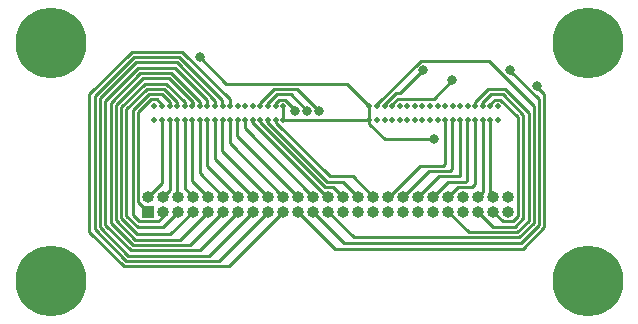
<source format=gbr>
%TF.GenerationSoftware,KiCad,Pcbnew,(6.0.4)*%
%TF.CreationDate,2022-04-14T15:14:52-05:00*%
%TF.ProjectId,Pancake_Wireless_EMG,50616e63-616b-4655-9f57-6972656c6573,rev?*%
%TF.SameCoordinates,Original*%
%TF.FileFunction,Copper,L1,Top*%
%TF.FilePolarity,Positive*%
%FSLAX46Y46*%
G04 Gerber Fmt 4.6, Leading zero omitted, Abs format (unit mm)*
G04 Created by KiCad (PCBNEW (6.0.4)) date 2022-04-14 15:14:52*
%MOMM*%
%LPD*%
G01*
G04 APERTURE LIST*
%TA.AperFunction,ComponentPad*%
%ADD10C,0.508000*%
%TD*%
%TA.AperFunction,ComponentPad*%
%ADD11C,6.000000*%
%TD*%
%TA.AperFunction,ComponentPad*%
%ADD12O,1.000000X1.000000*%
%TD*%
%TA.AperFunction,ComponentPad*%
%ADD13R,1.000000X1.000000*%
%TD*%
%TA.AperFunction,ViaPad*%
%ADD14C,0.800000*%
%TD*%
%TA.AperFunction,Conductor*%
%ADD15C,0.250000*%
%TD*%
G04 APERTURE END LIST*
D10*
%TO.P,U2,1,In0*%
%TO.N,/FCU1_1*%
X156900000Y-87145000D03*
%TO.P,U2,2,In1*%
%TO.N,/FDP1_1*%
X156260000Y-87145000D03*
%TO.P,U2,3,In2*%
%TO.N,/FDP2_1*%
X155620000Y-87145000D03*
%TO.P,U2,4,In3*%
%TO.N,/FDS1_1*%
X154980000Y-87145000D03*
%TO.P,U2,5,In4*%
%TO.N,/PT_1*%
X154340000Y-87145000D03*
%TO.P,U2,6,In5*%
%TO.N,/FPB_1*%
X153700000Y-87145000D03*
%TO.P,U2,7,In6*%
%TO.N,/Lum_1*%
X153060000Y-87145000D03*
%TO.P,U2,8,In7*%
%TO.N,/EPL_1*%
X152420000Y-87145000D03*
%TO.P,U2,9,In8*%
%TO.N,/FCR2_2*%
X152420000Y-88282289D03*
%TO.P,U2,10,In9*%
%TO.N,/FCU1_2*%
X153060000Y-88282289D03*
%TO.P,U2,11,In10*%
%TO.N,/FDP1_2*%
X153700000Y-88282289D03*
%TO.P,U2,12,In11*%
%TO.N,/FDP2_2*%
X154340000Y-88282289D03*
%TO.P,U2,13,In12*%
%TO.N,/FDS1_2*%
X154980000Y-88282289D03*
%TO.P,U2,14,In13*%
%TO.N,/PT_2*%
X155620000Y-88282289D03*
%TO.P,U2,15,In14*%
%TO.N,/FPB_2*%
X156260000Y-88282289D03*
%TO.P,U2,16,In15*%
%TO.N,/Lum_2*%
X156900000Y-88282289D03*
%TO.P,U2,17,In16*%
%TO.N,/EPL_2*%
X157540000Y-88282289D03*
%TO.P,U2,18,In17*%
%TO.N,/ECU_2*%
X158180000Y-88282289D03*
%TO.P,U2,19,In18*%
%TO.N,/ECR_1*%
X158820000Y-88282289D03*
%TO.P,U2,20,In19*%
%TO.N,/ECR_3*%
X159460000Y-88282289D03*
%TO.P,U2,21,In20*%
%TO.N,/EDC1_2*%
X160100000Y-88282289D03*
%TO.P,U2,22,In21*%
%TO.N,/EDC2_2*%
X160740000Y-88282289D03*
%TO.P,U2,23,In22*%
%TO.N,/Tri_2*%
X161380000Y-88282289D03*
%TO.P,U2,24,In23*%
%TO.N,/Bi_2*%
X162020000Y-88282289D03*
%TO.P,U2,25,In24*%
%TO.N,/Bi_1*%
X162020000Y-87145000D03*
%TO.P,U2,26,In25*%
%TO.N,/Tri_1*%
X161380000Y-87145000D03*
%TO.P,U2,27,In26*%
%TO.N,/EDC2_1*%
X160740000Y-87145000D03*
%TO.P,U2,28,In27*%
%TO.N,/EDC1_1*%
X160100000Y-87145000D03*
%TO.P,U2,29,In28*%
%TO.N,/ECR_2*%
X159460000Y-87145000D03*
%TO.P,U2,30,In29*%
%TO.N,/ECU_3*%
X158820000Y-87145000D03*
%TO.P,U2,31,In30*%
%TO.N,/ECU_1*%
X158180000Y-87145000D03*
%TO.P,U2,32,In31*%
%TO.N,/FCR2_1*%
X157540000Y-87145000D03*
%TO.P,U2,33,GND*%
%TO.N,/Gnd*%
X151745153Y-87145000D03*
%TO.P,U2,34,REF*%
X151745153Y-88282289D03*
%TO.P,U2,35,REF*%
X162660000Y-88282289D03*
%TO.P,U2,36,GND*%
X162660000Y-87145000D03*
%TD*%
%TO.P,U1,1,In0*%
%TO.N,/FDS2_1*%
X138700000Y-87145000D03*
%TO.P,U1,2,In1*%
%TO.N,/FDS1_1*%
X138060000Y-87145000D03*
%TO.P,U1,3,In2*%
%TO.N,/FDP2_1*%
X137420000Y-87145000D03*
%TO.P,U1,4,In3*%
%TO.N,/FDP1_1*%
X136780000Y-87145000D03*
%TO.P,U1,5,In4*%
%TO.N,/FCU2_1*%
X136140000Y-87145000D03*
%TO.P,U1,6,In5*%
%TO.N,/FCU1_1*%
X135500000Y-87145000D03*
%TO.P,U1,7,In6*%
%TO.N,/FCR2_1*%
X134860000Y-87145000D03*
%TO.P,U1,8,In7*%
%TO.N,/FCR1_1*%
X134220000Y-87145000D03*
%TO.P,U1,9,In8*%
%TO.N,/FCR1_2*%
X134220000Y-88282289D03*
%TO.P,U1,10,In9*%
%TO.N,/FCR2_2*%
X134860000Y-88282289D03*
%TO.P,U1,11,In10*%
%TO.N,/FCU1_2*%
X135500000Y-88282289D03*
%TO.P,U1,12,In11*%
%TO.N,/FCU2_2*%
X136140000Y-88282289D03*
%TO.P,U1,13,In12*%
%TO.N,/FDP1_2*%
X136780000Y-88282289D03*
%TO.P,U1,14,In13*%
%TO.N,/FDP2_2*%
X137420000Y-88282289D03*
%TO.P,U1,15,In14*%
%TO.N,/FDS1_2*%
X138060000Y-88282289D03*
%TO.P,U1,16,In15*%
%TO.N,/FDS2_2*%
X138700000Y-88282289D03*
%TO.P,U1,17,In16*%
%TO.N,/PT_2*%
X139340000Y-88282289D03*
%TO.P,U1,18,In17*%
%TO.N,/APB_2*%
X139980000Y-88282289D03*
%TO.P,U1,19,In18*%
%TO.N,/FPB_2*%
X140620000Y-88282289D03*
%TO.P,U1,20,In19*%
%TO.N,/Lum_2*%
X141260000Y-88282289D03*
%TO.P,U1,21,In20*%
%TO.N,/EPL_2*%
X141900000Y-88282289D03*
%TO.P,U1,22,In21*%
%TO.N,/1DI_2*%
X142540000Y-88282289D03*
%TO.P,U1,23,In22*%
%TO.N,/Sup_2*%
X143180000Y-88282289D03*
%TO.P,U1,24,In23*%
%TO.N,/3DI_2*%
X143820000Y-88282289D03*
%TO.P,U1,25,In24*%
%TO.N,/3DI_1*%
X143820000Y-87145000D03*
%TO.P,U1,26,In25*%
%TO.N,/Sup_1*%
X143180000Y-87145000D03*
%TO.P,U1,27,In26*%
%TO.N,/1DI_1*%
X142540000Y-87145000D03*
%TO.P,U1,28,In27*%
%TO.N,/EPL_1*%
X141900000Y-87145000D03*
%TO.P,U1,29,In28*%
%TO.N,/Lum_1*%
X141260000Y-87145000D03*
%TO.P,U1,30,In29*%
%TO.N,/FPB_1*%
X140620000Y-87145000D03*
%TO.P,U1,31,In30*%
%TO.N,/APB_1*%
X139980000Y-87145000D03*
%TO.P,U1,32,In31*%
%TO.N,/PT_1*%
X139340000Y-87145000D03*
%TO.P,U1,33,GND*%
%TO.N,/Gnd*%
X133545153Y-87145000D03*
%TO.P,U1,34,REF*%
X133545153Y-88282289D03*
%TO.P,U1,35,REF*%
X144460000Y-88282289D03*
%TO.P,U1,36,GND*%
X144460000Y-87145000D03*
%TD*%
D11*
%TO.P,H4,1*%
%TO.N,N/C*%
X170240000Y-81780000D03*
%TD*%
%TO.P,H3,1*%
%TO.N,N/C*%
X170240000Y-101930000D03*
%TD*%
%TO.P,H2,1*%
%TO.N,N/C*%
X124780000Y-101930000D03*
%TD*%
%TO.P,H1,1*%
%TO.N,N/C*%
X124780000Y-81780000D03*
%TD*%
D12*
%TO.P,J1,50,Pin_50*%
%TO.N,/Gnd*%
X163520000Y-94805000D03*
%TO.P,J1,49,Pin_49*%
X163520000Y-96075000D03*
%TO.P,J1,48,Pin_48*%
%TO.N,/Bi_2*%
X162250000Y-94805000D03*
%TO.P,J1,47,Pin_47*%
%TO.N,/Bi_1*%
X162250000Y-96075000D03*
%TO.P,J1,46,Pin_46*%
%TO.N,/Tri_2*%
X160980000Y-94805000D03*
%TO.P,J1,45,Pin_45*%
%TO.N,/Tri_1*%
X160980000Y-96075000D03*
%TO.P,J1,44,Pin_44*%
%TO.N,/Gnd*%
X159710000Y-94805000D03*
%TO.P,J1,43,Pin_43*%
X159710000Y-96075000D03*
%TO.P,J1,42,Pin_42*%
%TO.N,/EDC2_2*%
X158440000Y-94805000D03*
%TO.P,J1,41,Pin_41*%
%TO.N,/EDC2_1*%
X158440000Y-96075000D03*
%TO.P,J1,40,Pin_40*%
%TO.N,/EDC1_2*%
X157170000Y-94805000D03*
%TO.P,J1,39,Pin_39*%
%TO.N,/EDC1_1*%
X157170000Y-96075000D03*
%TO.P,J1,38,Pin_38*%
%TO.N,/ECR_3*%
X155900000Y-94805000D03*
%TO.P,J1,37,Pin_37*%
%TO.N,/ECR_2*%
X155900000Y-96075000D03*
%TO.P,J1,36,Pin_36*%
%TO.N,/ECR_1*%
X154630000Y-94805000D03*
%TO.P,J1,35,Pin_35*%
%TO.N,/ECU_3*%
X154630000Y-96075000D03*
%TO.P,J1,34,Pin_34*%
%TO.N,/ECU_2*%
X153360000Y-94805000D03*
%TO.P,J1,33,Pin_33*%
%TO.N,/ECU_1*%
X153360000Y-96075000D03*
%TO.P,J1,32,Pin_32*%
%TO.N,/3DI_2*%
X152090000Y-94805000D03*
%TO.P,J1,31,Pin_31*%
%TO.N,/3DI_1*%
X152090000Y-96075000D03*
%TO.P,J1,30,Pin_30*%
%TO.N,/Sup_2*%
X150820000Y-94805000D03*
%TO.P,J1,29,Pin_29*%
%TO.N,/Sup_1*%
X150820000Y-96075000D03*
%TO.P,J1,28,Pin_28*%
%TO.N,/1DI_2*%
X149550000Y-94805000D03*
%TO.P,J1,27,Pin_27*%
%TO.N,/1DI_1*%
X149550000Y-96075000D03*
%TO.P,J1,26,Pin_26*%
%TO.N,/EPL_2*%
X148280000Y-94805000D03*
%TO.P,J1,25,Pin_25*%
%TO.N,/EPL_1*%
X148280000Y-96075000D03*
%TO.P,J1,24,Pin_24*%
%TO.N,/Lum_2*%
X147010000Y-94805000D03*
%TO.P,J1,23,Pin_23*%
%TO.N,/Lum_1*%
X147010000Y-96075000D03*
%TO.P,J1,22,Pin_22*%
%TO.N,/FPB_2*%
X145740000Y-94805000D03*
%TO.P,J1,21,Pin_21*%
%TO.N,/FPB_1*%
X145740000Y-96075000D03*
%TO.P,J1,20,Pin_20*%
%TO.N,/APB_2*%
X144470000Y-94805000D03*
%TO.P,J1,19,Pin_19*%
%TO.N,/APB_1*%
X144470000Y-96075000D03*
%TO.P,J1,18,Pin_18*%
%TO.N,/PT_2*%
X143200000Y-94805000D03*
%TO.P,J1,17,Pin_17*%
%TO.N,/PT_1*%
X143200000Y-96075000D03*
%TO.P,J1,16,Pin_16*%
%TO.N,/FDS2_2*%
X141930000Y-94805000D03*
%TO.P,J1,15,Pin_15*%
%TO.N,/FDS2_1*%
X141930000Y-96075000D03*
%TO.P,J1,14,Pin_14*%
%TO.N,/FDS1_2*%
X140660000Y-94805000D03*
%TO.P,J1,13,Pin_13*%
%TO.N,/FDS1_1*%
X140660000Y-96075000D03*
%TO.P,J1,12,Pin_12*%
%TO.N,/FDP2_2*%
X139390000Y-94805000D03*
%TO.P,J1,11,Pin_11*%
%TO.N,/FDP2_1*%
X139390000Y-96075000D03*
%TO.P,J1,10,Pin_10*%
%TO.N,/FDP1_2*%
X138120000Y-94805000D03*
%TO.P,J1,9,Pin_9*%
%TO.N,/FDP1_1*%
X138120000Y-96075000D03*
%TO.P,J1,8,Pin_8*%
%TO.N,/FCU2_2*%
X136850000Y-94805000D03*
%TO.P,J1,7,Pin_7*%
%TO.N,/FCU2_1*%
X136850000Y-96075000D03*
%TO.P,J1,6,Pin_6*%
%TO.N,/FCU1_2*%
X135580000Y-94805000D03*
%TO.P,J1,5,Pin_5*%
%TO.N,/FCU1_1*%
X135580000Y-96075000D03*
%TO.P,J1,4,Pin_4*%
%TO.N,/FCR2_2*%
X134310000Y-94805000D03*
%TO.P,J1,3,Pin_3*%
%TO.N,/FCR2_1*%
X134310000Y-96075000D03*
%TO.P,J1,2,Pin_2*%
%TO.N,/FCR1_2*%
X133040000Y-94805000D03*
D13*
%TO.P,J1,1,Pin_1*%
%TO.N,/FCR1_1*%
X133040000Y-96075000D03*
%TD*%
D14*
%TO.N,/Gnd*%
X157248012Y-89948012D03*
X137412299Y-82987701D03*
%TO.N,/Lum_1*%
X156312299Y-84112299D03*
X163700000Y-84057909D03*
%TO.N,/FPB_1*%
X166000000Y-85400000D03*
X158800000Y-84900000D03*
%TO.N,/1DI_1*%
X147500000Y-87570499D03*
%TO.N,/Sup_1*%
X146499503Y-87570499D03*
%TO.N,/3DI_1*%
X145500000Y-87570499D03*
%TD*%
D15*
%TO.N,/Bi_1*%
X163900489Y-96899511D02*
X163074511Y-96899511D01*
X163074511Y-96899511D02*
X162250000Y-96075000D01*
X164344511Y-96455489D02*
X163900489Y-96899511D01*
X162382029Y-86589237D02*
X162857971Y-86589237D01*
X161980000Y-86991266D02*
X162382029Y-86589237D01*
X162857971Y-86589237D02*
X164344511Y-88075777D01*
X161980000Y-87155000D02*
X161980000Y-86991266D01*
X164344511Y-88075777D02*
X164344511Y-96455489D01*
%TO.N,/FCU2_2*%
X136140000Y-94095000D02*
X136850000Y-94805000D01*
%TO.N,/Gnd*%
X151745153Y-88282289D02*
X151745153Y-88635842D01*
X153057323Y-89948012D02*
X157248012Y-89948012D01*
X151745153Y-88635842D02*
X153057323Y-89948012D01*
%TO.N,/Lum_1*%
X166142591Y-97200277D02*
X166142591Y-87400000D01*
X164643828Y-98699040D02*
X166142591Y-97200277D01*
X149634040Y-98699040D02*
X164643828Y-98699040D01*
X147010000Y-96075000D02*
X149634040Y-98699040D01*
%TO.N,/Gnd*%
X149834792Y-85240677D02*
X151745153Y-87151038D01*
X139665275Y-85240677D02*
X149834792Y-85240677D01*
X137412299Y-82987701D02*
X139665275Y-85240677D01*
%TO.N,/Lum_1*%
X154374118Y-86050480D02*
X156312299Y-84112299D01*
X153985239Y-86050480D02*
X154374118Y-86050480D01*
%TO.N,/EPL_1*%
X150454520Y-98249520D02*
X148280000Y-96075000D01*
X164457631Y-98249520D02*
X150454520Y-98249520D01*
X165693071Y-87093071D02*
X165693071Y-97014080D01*
X165693071Y-97014080D02*
X164457631Y-98249520D01*
X161900000Y-83300000D02*
X165693071Y-87093071D01*
X156100000Y-83300000D02*
X161900000Y-83300000D01*
X152420000Y-86980000D02*
X156100000Y-83300000D01*
%TO.N,/Lum_1*%
X166142591Y-86567205D02*
X166142591Y-87457409D01*
X163700000Y-84124614D02*
X166142591Y-86567205D01*
X163700000Y-84057909D02*
X163700000Y-84124614D01*
%TO.N,/FPB_1*%
X166000000Y-85515778D02*
X166000000Y-85400000D01*
X166592111Y-86107889D02*
X166000000Y-85515778D01*
X166592111Y-97386474D02*
X166592111Y-86107889D01*
X164778585Y-99200000D02*
X166592111Y-97386474D01*
X145740000Y-96075000D02*
X148865000Y-99200000D01*
X148865000Y-99200000D02*
X164778585Y-99200000D01*
%TO.N,/Lum_1*%
X153060001Y-86975718D02*
X153985239Y-86050480D01*
%TO.N,/FPB_1*%
X154500000Y-86500000D02*
X157200000Y-86500000D01*
X154171436Y-86500000D02*
X154500000Y-86500000D01*
X153700000Y-86971436D02*
X154171436Y-86500000D01*
X153700000Y-87155000D02*
X153700000Y-86971436D01*
X157200000Y-86500000D02*
X158800000Y-84900000D01*
%TO.N,/APB_1*%
X139940000Y-86540000D02*
X139940000Y-87155000D01*
X135930847Y-82530847D02*
X139940000Y-86540000D01*
X131631409Y-82530847D02*
X135930847Y-82530847D01*
X128051440Y-86110816D02*
X131631409Y-82530847D01*
X128051440Y-97758592D02*
X128051440Y-86110816D01*
X130991887Y-100699040D02*
X128051440Y-97758592D01*
X139845960Y-100699040D02*
X130991887Y-100699040D01*
X144470000Y-96075000D02*
X139845960Y-100699040D01*
%TO.N,/PT_1*%
X139025480Y-100249520D02*
X143200000Y-96075000D01*
X128500960Y-86297013D02*
X128500960Y-97572394D01*
X131817606Y-82980367D02*
X128500960Y-86297013D01*
X131178085Y-100249520D02*
X139025480Y-100249520D01*
X135651803Y-82980367D02*
X131817606Y-82980367D01*
X139300000Y-87155000D02*
X139300000Y-86628564D01*
X139300000Y-86628564D02*
X135651803Y-82980367D01*
X128500960Y-97572394D02*
X131178085Y-100249520D01*
%TO.N,/EDC2_1*%
X161811250Y-85690197D02*
X160700000Y-86801447D01*
X163230366Y-85690197D02*
X161811250Y-85690197D01*
X165243551Y-87703382D02*
X163230366Y-85690197D01*
X165243551Y-96827883D02*
X165243551Y-87703382D01*
X160700000Y-86801447D02*
X160700000Y-87155000D01*
X164271434Y-97800000D02*
X165243551Y-96827883D01*
X160165000Y-97800000D02*
X164271434Y-97800000D01*
X158440000Y-96075000D02*
X160165000Y-97800000D01*
%TO.N,/Tri_1*%
X163044168Y-86139717D02*
X162060283Y-86139717D01*
X164794031Y-87889580D02*
X163044168Y-86139717D01*
X164794031Y-96641686D02*
X164794031Y-87889580D01*
X164086686Y-97349031D02*
X164794031Y-96641686D01*
X162060283Y-86139717D02*
X161340000Y-86860000D01*
X162254031Y-97349031D02*
X164086686Y-97349031D01*
X161340000Y-86860000D02*
X161340000Y-87155000D01*
X160980000Y-96075000D02*
X162254031Y-97349031D01*
%TO.N,/1DI_1*%
X143709803Y-85690197D02*
X142500000Y-86900000D01*
X145643815Y-85690197D02*
X143709803Y-85690197D01*
X147500000Y-87546382D02*
X145643815Y-85690197D01*
X147500000Y-87570499D02*
X147500000Y-87546382D01*
%TO.N,/Sup_1*%
X143140000Y-86924282D02*
X143140000Y-87155000D01*
X143924565Y-86139717D02*
X143140000Y-86924282D01*
X146499503Y-87545388D02*
X145093832Y-86139717D01*
X146499503Y-87570499D02*
X146499503Y-87545388D01*
X145093832Y-86139717D02*
X143924565Y-86139717D01*
%TO.N,/3DI_1*%
X144110763Y-86589237D02*
X143780000Y-86920000D01*
X144657971Y-86589237D02*
X144110763Y-86589237D01*
X145500000Y-87431266D02*
X144657971Y-86589237D01*
X145500000Y-87570499D02*
X145500000Y-87431266D01*
X143780000Y-86920000D02*
X143780000Y-87155000D01*
%TO.N,/Gnd*%
X144420000Y-88294999D02*
X144420000Y-87163748D01*
X151745153Y-88282289D02*
X151745153Y-87151038D01*
%TO.N,/FDS1_1*%
X140660000Y-96075000D02*
X137386440Y-99348560D01*
X137386440Y-99348560D02*
X131548560Y-99348560D01*
X131548560Y-99348560D02*
X129400000Y-97200000D01*
X129400000Y-97200000D02*
X129400000Y-86669407D01*
X129400000Y-86669407D02*
X132190000Y-83879407D01*
X132190000Y-83879407D02*
X135279407Y-83879407D01*
X135279407Y-83879407D02*
X138060000Y-86660000D01*
X138060000Y-86660000D02*
X138060000Y-87155000D01*
%TO.N,/FDS2_1*%
X138700000Y-86664282D02*
X138700000Y-87155000D01*
X135465605Y-83429887D02*
X138700000Y-86664282D01*
X132003803Y-83429887D02*
X135465605Y-83429887D01*
X128950480Y-86483209D02*
X132003803Y-83429887D01*
X128950480Y-97386197D02*
X128950480Y-86483209D01*
X131364282Y-99800000D02*
X128950480Y-97386197D01*
X138205000Y-99800000D02*
X131364282Y-99800000D01*
X141930000Y-96075000D02*
X138205000Y-99800000D01*
%TO.N,/Gnd*%
X144420000Y-88294999D02*
X151732443Y-88294999D01*
%TO.N,/FDP2_1*%
X137420000Y-86784282D02*
X137420000Y-87155000D01*
X134964645Y-84328927D02*
X137420000Y-86784282D01*
X132376197Y-84328927D02*
X134964645Y-84328927D01*
X129851440Y-86853683D02*
X132376197Y-84328927D01*
X129851440Y-96994310D02*
X129851440Y-86853683D01*
X131756170Y-98899040D02*
X129851440Y-96994310D01*
X136565960Y-98899040D02*
X131756170Y-98899040D01*
X139390000Y-96075000D02*
X136565960Y-98899040D01*
%TO.N,/FDP1_1*%
X136800000Y-87135000D02*
X136780000Y-87155000D01*
X136800000Y-86800000D02*
X136800000Y-87135000D01*
X132562394Y-84778447D02*
X134778447Y-84778447D01*
X130300960Y-87039881D02*
X132562394Y-84778447D01*
X130300960Y-96808113D02*
X130300960Y-87039881D01*
X131942366Y-98449520D02*
X130300960Y-96808113D01*
X134778447Y-84778447D02*
X136800000Y-86800000D01*
X135745480Y-98449520D02*
X131942366Y-98449520D01*
X138120000Y-96075000D02*
X135745480Y-98449520D01*
%TO.N,/FCU2_1*%
X130750480Y-87226078D02*
X130750480Y-96621916D01*
X130750480Y-96621916D02*
X132128564Y-98000000D01*
X132748591Y-85227967D02*
X130750480Y-87226078D01*
X132128564Y-98000000D02*
X134925000Y-98000000D01*
X134566520Y-85227967D02*
X132748591Y-85227967D01*
X136140000Y-86801447D02*
X134566520Y-85227967D01*
X136140000Y-87155000D02*
X136140000Y-86801447D01*
X134925000Y-98000000D02*
X136850000Y-96075000D01*
%TO.N,/FCU1_1*%
X134255000Y-97400000D02*
X135580000Y-96075000D01*
X132164282Y-97400000D02*
X134255000Y-97400000D01*
X132934788Y-85677487D02*
X131200000Y-87412275D01*
X131200000Y-96435718D02*
X132164282Y-97400000D01*
X135500000Y-86801447D02*
X134376040Y-85677487D01*
X134376040Y-85677487D02*
X132934788Y-85677487D01*
X131200000Y-87412275D02*
X131200000Y-96435718D01*
X135500000Y-87155000D02*
X135500000Y-86801447D01*
%TO.N,/FCR2_1*%
X134310000Y-96075000D02*
X134310000Y-96489022D01*
X134310000Y-96489022D02*
X133899511Y-96899511D01*
X132299511Y-96899511D02*
X133899511Y-96899511D01*
X131765969Y-96365969D02*
X132299511Y-96899511D01*
X133120984Y-86127007D02*
X131765969Y-87482023D01*
X131765969Y-87482023D02*
X131765969Y-96365969D01*
X134860000Y-86801447D02*
X134185560Y-86127007D01*
X134185560Y-86127007D02*
X133120984Y-86127007D01*
X134860000Y-87155000D02*
X134860000Y-86801447D01*
%TO.N,/FCR1_1*%
X132215489Y-95250489D02*
X133040000Y-96075000D01*
X133307182Y-86576527D02*
X132215489Y-87668220D01*
X133783124Y-86576527D02*
X133307182Y-86576527D01*
X134220000Y-87013403D02*
X133783124Y-86576527D01*
X134220000Y-87155000D02*
X134220000Y-87013403D01*
X132215489Y-87668220D02*
X132215489Y-95250489D01*
%TO.N,/3DI_2*%
X143845489Y-88532970D02*
X143845489Y-88360489D01*
X148393968Y-93081449D02*
X143845489Y-88532970D01*
X150366449Y-93081449D02*
X148393968Y-93081449D01*
X152090000Y-94805000D02*
X150366449Y-93081449D01*
X143845489Y-88360489D02*
X143780000Y-88295000D01*
%TO.N,/Sup_2*%
X149545969Y-93530969D02*
X148869031Y-93530969D01*
X150820000Y-94805000D02*
X149545969Y-93530969D01*
X148869031Y-93530969D02*
X149330969Y-93530969D01*
X148203487Y-93530969D02*
X148869031Y-93530969D01*
X143140000Y-88467482D02*
X148203487Y-93530969D01*
%TO.N,/1DI_2*%
X148013007Y-93980489D02*
X148725489Y-93980489D01*
X142500000Y-88467482D02*
X148013007Y-93980489D01*
X148725489Y-93980489D02*
X149550000Y-94805000D01*
%TO.N,/EPL_2*%
X141860000Y-88488964D02*
X148176036Y-94805000D01*
X148176036Y-94805000D02*
X148280000Y-94805000D01*
%TO.N,/Lum_2*%
X141220000Y-89015000D02*
X147010000Y-94805000D01*
X141220000Y-88295000D02*
X141220000Y-89015000D01*
%TO.N,/FPB_2*%
X140580000Y-89645000D02*
X145740000Y-94805000D01*
X140580000Y-88295000D02*
X140580000Y-89645000D01*
%TO.N,/APB_2*%
X139940000Y-90275000D02*
X144470000Y-94805000D01*
X139940000Y-88295000D02*
X139940000Y-90275000D01*
%TO.N,/PT_2*%
X139300000Y-90905000D02*
X143200000Y-94805000D01*
X139300000Y-88295000D02*
X139300000Y-90905000D01*
%TO.N,/FDS2_2*%
X138700000Y-91575000D02*
X141930000Y-94805000D01*
X138700000Y-88295000D02*
X138700000Y-91575000D01*
%TO.N,/FDS1_2*%
X138060000Y-92205000D02*
X140660000Y-94805000D01*
X138060000Y-88295000D02*
X138060000Y-92205000D01*
%TO.N,/FDP2_2*%
X137420000Y-88295000D02*
X137420000Y-92835000D01*
X137420000Y-92835000D02*
X139390000Y-94805000D01*
%TO.N,/FDP1_2*%
X136780000Y-93465000D02*
X138120000Y-94805000D01*
X136780000Y-88295000D02*
X136780000Y-93465000D01*
%TO.N,/FCU2_2*%
X136140000Y-88295000D02*
X136140000Y-94095000D01*
%TO.N,/FCR1_2*%
X134220000Y-93625000D02*
X134220000Y-88295000D01*
X133040000Y-94805000D02*
X134220000Y-93625000D01*
%TO.N,/FCR2_2*%
X134860000Y-94255000D02*
X134310000Y-94805000D01*
X134860000Y-88295000D02*
X134860000Y-94255000D01*
%TO.N,/FCU1_2*%
X135500000Y-94725000D02*
X135500000Y-88295000D01*
X135580000Y-94805000D02*
X135500000Y-94725000D01*
%TO.N,/ECU_2*%
X158140000Y-92042409D02*
X158140000Y-88295000D01*
X156086555Y-92182409D02*
X158000000Y-92182409D01*
X158000000Y-92182409D02*
X158140000Y-92042409D01*
X153463964Y-94805000D02*
X156086555Y-92182409D01*
X153360000Y-94805000D02*
X153463964Y-94805000D01*
%TO.N,/ECR_1*%
X156803071Y-92631929D02*
X154630000Y-94805000D01*
X158780000Y-92451929D02*
X158600000Y-92631929D01*
X158780000Y-88295000D02*
X158780000Y-92451929D01*
X158600000Y-92631929D02*
X156803071Y-92631929D01*
%TO.N,/ECR_3*%
X159400000Y-93081449D02*
X157623551Y-93081449D01*
X159420000Y-93061449D02*
X159400000Y-93081449D01*
X157623551Y-93081449D02*
X155900000Y-94805000D01*
X159420000Y-88295000D02*
X159420000Y-93061449D01*
%TO.N,/EDC1_2*%
X160060000Y-93401938D02*
X159930969Y-93530969D01*
X160060000Y-88295000D02*
X160060000Y-93401938D01*
X158444031Y-93530969D02*
X159930969Y-93530969D01*
X157170000Y-94805000D02*
X158444031Y-93530969D01*
%TO.N,/EDC2_2*%
X159264511Y-93980489D02*
X160419511Y-93980489D01*
X158440000Y-94805000D02*
X159264511Y-93980489D01*
X160419511Y-93980489D02*
X160700000Y-93700000D01*
X160700000Y-93700000D02*
X160700000Y-88295000D01*
%TO.N,/Tri_2*%
X160980000Y-94805000D02*
X161405489Y-94379511D01*
X161405489Y-94379511D02*
X161405489Y-88400000D01*
%TO.N,/Bi_2*%
X162250000Y-94805000D02*
X161980000Y-94535000D01*
X161980000Y-94535000D02*
X161980000Y-88295000D01*
%TD*%
M02*

</source>
